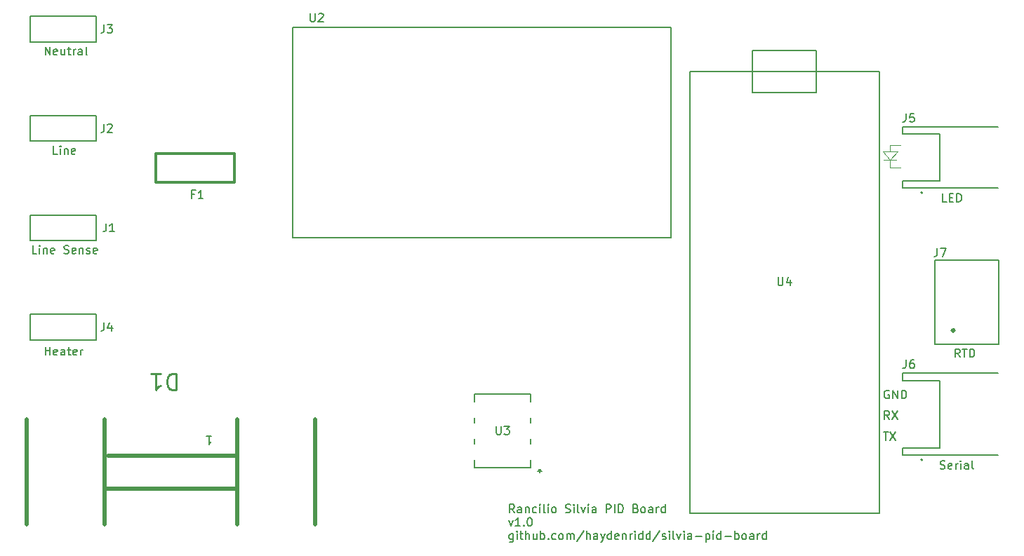
<source format=gbr>
%TF.GenerationSoftware,KiCad,Pcbnew,8.0.9-1.fc41*%
%TF.CreationDate,2025-10-07T12:33:13-07:00*%
%TF.ProjectId,silvia_pid_board,73696c76-6961-45f7-9069-645f626f6172,rev?*%
%TF.SameCoordinates,Original*%
%TF.FileFunction,Legend,Top*%
%TF.FilePolarity,Positive*%
%FSLAX46Y46*%
G04 Gerber Fmt 4.6, Leading zero omitted, Abs format (unit mm)*
G04 Created by KiCad (PCBNEW 8.0.9-1.fc41) date 2025-10-07 12:33:13*
%MOMM*%
%LPD*%
G01*
G04 APERTURE LIST*
%ADD10C,0.100000*%
%ADD11C,0.150000*%
%ADD12C,0.250000*%
%ADD13C,0.127000*%
%ADD14C,0.200000*%
%ADD15C,0.400000*%
%ADD16C,0.152400*%
%ADD17C,0.500000*%
%ADD18C,0.300000*%
G04 APERTURE END LIST*
D10*
X106750000Y-17500000D02*
X108000000Y-17500000D01*
X105875000Y-18250000D02*
X106750000Y-19250000D01*
X106750000Y-18250000D02*
X106750000Y-17500000D01*
X106750000Y-20250000D02*
X108000000Y-20250000D01*
X106000000Y-19250000D02*
X107500000Y-19250000D01*
X105875000Y-18250000D02*
X107625000Y-18250000D01*
X106750000Y-19250000D02*
X106750000Y-20250000D01*
X106750000Y-19250000D02*
X107625000Y-18250000D01*
D11*
X6312969Y-18619819D02*
X5836779Y-18619819D01*
X5836779Y-18619819D02*
X5836779Y-17619819D01*
X6646303Y-18619819D02*
X6646303Y-17953152D01*
X6646303Y-17619819D02*
X6598684Y-17667438D01*
X6598684Y-17667438D02*
X6646303Y-17715057D01*
X6646303Y-17715057D02*
X6693922Y-17667438D01*
X6693922Y-17667438D02*
X6646303Y-17619819D01*
X6646303Y-17619819D02*
X6646303Y-17715057D01*
X7122493Y-17953152D02*
X7122493Y-18619819D01*
X7122493Y-18048390D02*
X7170112Y-18000771D01*
X7170112Y-18000771D02*
X7265350Y-17953152D01*
X7265350Y-17953152D02*
X7408207Y-17953152D01*
X7408207Y-17953152D02*
X7503445Y-18000771D01*
X7503445Y-18000771D02*
X7551064Y-18096009D01*
X7551064Y-18096009D02*
X7551064Y-18619819D01*
X8408207Y-18572200D02*
X8312969Y-18619819D01*
X8312969Y-18619819D02*
X8122493Y-18619819D01*
X8122493Y-18619819D02*
X8027255Y-18572200D01*
X8027255Y-18572200D02*
X7979636Y-18476961D01*
X7979636Y-18476961D02*
X7979636Y-18096009D01*
X7979636Y-18096009D02*
X8027255Y-18000771D01*
X8027255Y-18000771D02*
X8122493Y-17953152D01*
X8122493Y-17953152D02*
X8312969Y-17953152D01*
X8312969Y-17953152D02*
X8408207Y-18000771D01*
X8408207Y-18000771D02*
X8455826Y-18096009D01*
X8455826Y-18096009D02*
X8455826Y-18191247D01*
X8455826Y-18191247D02*
X7979636Y-18286485D01*
X113562969Y-24369819D02*
X113086779Y-24369819D01*
X113086779Y-24369819D02*
X113086779Y-23369819D01*
X113896303Y-23846009D02*
X114229636Y-23846009D01*
X114372493Y-24369819D02*
X113896303Y-24369819D01*
X113896303Y-24369819D02*
X113896303Y-23369819D01*
X113896303Y-23369819D02*
X114372493Y-23369819D01*
X114801065Y-24369819D02*
X114801065Y-23369819D01*
X114801065Y-23369819D02*
X115039160Y-23369819D01*
X115039160Y-23369819D02*
X115182017Y-23417438D01*
X115182017Y-23417438D02*
X115277255Y-23512676D01*
X115277255Y-23512676D02*
X115324874Y-23607914D01*
X115324874Y-23607914D02*
X115372493Y-23798390D01*
X115372493Y-23798390D02*
X115372493Y-23941247D01*
X115372493Y-23941247D02*
X115324874Y-24131723D01*
X115324874Y-24131723D02*
X115277255Y-24226961D01*
X115277255Y-24226961D02*
X115182017Y-24322200D01*
X115182017Y-24322200D02*
X115039160Y-24369819D01*
X115039160Y-24369819D02*
X114801065Y-24369819D01*
X106610588Y-47167438D02*
X106515350Y-47119819D01*
X106515350Y-47119819D02*
X106372493Y-47119819D01*
X106372493Y-47119819D02*
X106229636Y-47167438D01*
X106229636Y-47167438D02*
X106134398Y-47262676D01*
X106134398Y-47262676D02*
X106086779Y-47357914D01*
X106086779Y-47357914D02*
X106039160Y-47548390D01*
X106039160Y-47548390D02*
X106039160Y-47691247D01*
X106039160Y-47691247D02*
X106086779Y-47881723D01*
X106086779Y-47881723D02*
X106134398Y-47976961D01*
X106134398Y-47976961D02*
X106229636Y-48072200D01*
X106229636Y-48072200D02*
X106372493Y-48119819D01*
X106372493Y-48119819D02*
X106467731Y-48119819D01*
X106467731Y-48119819D02*
X106610588Y-48072200D01*
X106610588Y-48072200D02*
X106658207Y-48024580D01*
X106658207Y-48024580D02*
X106658207Y-47691247D01*
X106658207Y-47691247D02*
X106467731Y-47691247D01*
X107086779Y-48119819D02*
X107086779Y-47119819D01*
X107086779Y-47119819D02*
X107658207Y-48119819D01*
X107658207Y-48119819D02*
X107658207Y-47119819D01*
X108134398Y-48119819D02*
X108134398Y-47119819D01*
X108134398Y-47119819D02*
X108372493Y-47119819D01*
X108372493Y-47119819D02*
X108515350Y-47167438D01*
X108515350Y-47167438D02*
X108610588Y-47262676D01*
X108610588Y-47262676D02*
X108658207Y-47357914D01*
X108658207Y-47357914D02*
X108705826Y-47548390D01*
X108705826Y-47548390D02*
X108705826Y-47691247D01*
X108705826Y-47691247D02*
X108658207Y-47881723D01*
X108658207Y-47881723D02*
X108610588Y-47976961D01*
X108610588Y-47976961D02*
X108515350Y-48072200D01*
X108515350Y-48072200D02*
X108372493Y-48119819D01*
X108372493Y-48119819D02*
X108134398Y-48119819D01*
X3812969Y-30619819D02*
X3336779Y-30619819D01*
X3336779Y-30619819D02*
X3336779Y-29619819D01*
X4146303Y-30619819D02*
X4146303Y-29953152D01*
X4146303Y-29619819D02*
X4098684Y-29667438D01*
X4098684Y-29667438D02*
X4146303Y-29715057D01*
X4146303Y-29715057D02*
X4193922Y-29667438D01*
X4193922Y-29667438D02*
X4146303Y-29619819D01*
X4146303Y-29619819D02*
X4146303Y-29715057D01*
X4622493Y-29953152D02*
X4622493Y-30619819D01*
X4622493Y-30048390D02*
X4670112Y-30000771D01*
X4670112Y-30000771D02*
X4765350Y-29953152D01*
X4765350Y-29953152D02*
X4908207Y-29953152D01*
X4908207Y-29953152D02*
X5003445Y-30000771D01*
X5003445Y-30000771D02*
X5051064Y-30096009D01*
X5051064Y-30096009D02*
X5051064Y-30619819D01*
X5908207Y-30572200D02*
X5812969Y-30619819D01*
X5812969Y-30619819D02*
X5622493Y-30619819D01*
X5622493Y-30619819D02*
X5527255Y-30572200D01*
X5527255Y-30572200D02*
X5479636Y-30476961D01*
X5479636Y-30476961D02*
X5479636Y-30096009D01*
X5479636Y-30096009D02*
X5527255Y-30000771D01*
X5527255Y-30000771D02*
X5622493Y-29953152D01*
X5622493Y-29953152D02*
X5812969Y-29953152D01*
X5812969Y-29953152D02*
X5908207Y-30000771D01*
X5908207Y-30000771D02*
X5955826Y-30096009D01*
X5955826Y-30096009D02*
X5955826Y-30191247D01*
X5955826Y-30191247D02*
X5479636Y-30286485D01*
X7098684Y-30572200D02*
X7241541Y-30619819D01*
X7241541Y-30619819D02*
X7479636Y-30619819D01*
X7479636Y-30619819D02*
X7574874Y-30572200D01*
X7574874Y-30572200D02*
X7622493Y-30524580D01*
X7622493Y-30524580D02*
X7670112Y-30429342D01*
X7670112Y-30429342D02*
X7670112Y-30334104D01*
X7670112Y-30334104D02*
X7622493Y-30238866D01*
X7622493Y-30238866D02*
X7574874Y-30191247D01*
X7574874Y-30191247D02*
X7479636Y-30143628D01*
X7479636Y-30143628D02*
X7289160Y-30096009D01*
X7289160Y-30096009D02*
X7193922Y-30048390D01*
X7193922Y-30048390D02*
X7146303Y-30000771D01*
X7146303Y-30000771D02*
X7098684Y-29905533D01*
X7098684Y-29905533D02*
X7098684Y-29810295D01*
X7098684Y-29810295D02*
X7146303Y-29715057D01*
X7146303Y-29715057D02*
X7193922Y-29667438D01*
X7193922Y-29667438D02*
X7289160Y-29619819D01*
X7289160Y-29619819D02*
X7527255Y-29619819D01*
X7527255Y-29619819D02*
X7670112Y-29667438D01*
X8479636Y-30572200D02*
X8384398Y-30619819D01*
X8384398Y-30619819D02*
X8193922Y-30619819D01*
X8193922Y-30619819D02*
X8098684Y-30572200D01*
X8098684Y-30572200D02*
X8051065Y-30476961D01*
X8051065Y-30476961D02*
X8051065Y-30096009D01*
X8051065Y-30096009D02*
X8098684Y-30000771D01*
X8098684Y-30000771D02*
X8193922Y-29953152D01*
X8193922Y-29953152D02*
X8384398Y-29953152D01*
X8384398Y-29953152D02*
X8479636Y-30000771D01*
X8479636Y-30000771D02*
X8527255Y-30096009D01*
X8527255Y-30096009D02*
X8527255Y-30191247D01*
X8527255Y-30191247D02*
X8051065Y-30286485D01*
X8955827Y-29953152D02*
X8955827Y-30619819D01*
X8955827Y-30048390D02*
X9003446Y-30000771D01*
X9003446Y-30000771D02*
X9098684Y-29953152D01*
X9098684Y-29953152D02*
X9241541Y-29953152D01*
X9241541Y-29953152D02*
X9336779Y-30000771D01*
X9336779Y-30000771D02*
X9384398Y-30096009D01*
X9384398Y-30096009D02*
X9384398Y-30619819D01*
X9812970Y-30572200D02*
X9908208Y-30619819D01*
X9908208Y-30619819D02*
X10098684Y-30619819D01*
X10098684Y-30619819D02*
X10193922Y-30572200D01*
X10193922Y-30572200D02*
X10241541Y-30476961D01*
X10241541Y-30476961D02*
X10241541Y-30429342D01*
X10241541Y-30429342D02*
X10193922Y-30334104D01*
X10193922Y-30334104D02*
X10098684Y-30286485D01*
X10098684Y-30286485D02*
X9955827Y-30286485D01*
X9955827Y-30286485D02*
X9860589Y-30238866D01*
X9860589Y-30238866D02*
X9812970Y-30143628D01*
X9812970Y-30143628D02*
X9812970Y-30096009D01*
X9812970Y-30096009D02*
X9860589Y-30000771D01*
X9860589Y-30000771D02*
X9955827Y-29953152D01*
X9955827Y-29953152D02*
X10098684Y-29953152D01*
X10098684Y-29953152D02*
X10193922Y-30000771D01*
X11051065Y-30572200D02*
X10955827Y-30619819D01*
X10955827Y-30619819D02*
X10765351Y-30619819D01*
X10765351Y-30619819D02*
X10670113Y-30572200D01*
X10670113Y-30572200D02*
X10622494Y-30476961D01*
X10622494Y-30476961D02*
X10622494Y-30096009D01*
X10622494Y-30096009D02*
X10670113Y-30000771D01*
X10670113Y-30000771D02*
X10765351Y-29953152D01*
X10765351Y-29953152D02*
X10955827Y-29953152D01*
X10955827Y-29953152D02*
X11051065Y-30000771D01*
X11051065Y-30000771D02*
X11098684Y-30096009D01*
X11098684Y-30096009D02*
X11098684Y-30191247D01*
X11098684Y-30191247D02*
X10622494Y-30286485D01*
X61408207Y-61899931D02*
X61074874Y-61423740D01*
X60836779Y-61899931D02*
X60836779Y-60899931D01*
X60836779Y-60899931D02*
X61217731Y-60899931D01*
X61217731Y-60899931D02*
X61312969Y-60947550D01*
X61312969Y-60947550D02*
X61360588Y-60995169D01*
X61360588Y-60995169D02*
X61408207Y-61090407D01*
X61408207Y-61090407D02*
X61408207Y-61233264D01*
X61408207Y-61233264D02*
X61360588Y-61328502D01*
X61360588Y-61328502D02*
X61312969Y-61376121D01*
X61312969Y-61376121D02*
X61217731Y-61423740D01*
X61217731Y-61423740D02*
X60836779Y-61423740D01*
X62265350Y-61899931D02*
X62265350Y-61376121D01*
X62265350Y-61376121D02*
X62217731Y-61280883D01*
X62217731Y-61280883D02*
X62122493Y-61233264D01*
X62122493Y-61233264D02*
X61932017Y-61233264D01*
X61932017Y-61233264D02*
X61836779Y-61280883D01*
X62265350Y-61852312D02*
X62170112Y-61899931D01*
X62170112Y-61899931D02*
X61932017Y-61899931D01*
X61932017Y-61899931D02*
X61836779Y-61852312D01*
X61836779Y-61852312D02*
X61789160Y-61757073D01*
X61789160Y-61757073D02*
X61789160Y-61661835D01*
X61789160Y-61661835D02*
X61836779Y-61566597D01*
X61836779Y-61566597D02*
X61932017Y-61518978D01*
X61932017Y-61518978D02*
X62170112Y-61518978D01*
X62170112Y-61518978D02*
X62265350Y-61471359D01*
X62741541Y-61233264D02*
X62741541Y-61899931D01*
X62741541Y-61328502D02*
X62789160Y-61280883D01*
X62789160Y-61280883D02*
X62884398Y-61233264D01*
X62884398Y-61233264D02*
X63027255Y-61233264D01*
X63027255Y-61233264D02*
X63122493Y-61280883D01*
X63122493Y-61280883D02*
X63170112Y-61376121D01*
X63170112Y-61376121D02*
X63170112Y-61899931D01*
X64074874Y-61852312D02*
X63979636Y-61899931D01*
X63979636Y-61899931D02*
X63789160Y-61899931D01*
X63789160Y-61899931D02*
X63693922Y-61852312D01*
X63693922Y-61852312D02*
X63646303Y-61804692D01*
X63646303Y-61804692D02*
X63598684Y-61709454D01*
X63598684Y-61709454D02*
X63598684Y-61423740D01*
X63598684Y-61423740D02*
X63646303Y-61328502D01*
X63646303Y-61328502D02*
X63693922Y-61280883D01*
X63693922Y-61280883D02*
X63789160Y-61233264D01*
X63789160Y-61233264D02*
X63979636Y-61233264D01*
X63979636Y-61233264D02*
X64074874Y-61280883D01*
X64503446Y-61899931D02*
X64503446Y-61233264D01*
X64503446Y-60899931D02*
X64455827Y-60947550D01*
X64455827Y-60947550D02*
X64503446Y-60995169D01*
X64503446Y-60995169D02*
X64551065Y-60947550D01*
X64551065Y-60947550D02*
X64503446Y-60899931D01*
X64503446Y-60899931D02*
X64503446Y-60995169D01*
X65122493Y-61899931D02*
X65027255Y-61852312D01*
X65027255Y-61852312D02*
X64979636Y-61757073D01*
X64979636Y-61757073D02*
X64979636Y-60899931D01*
X65503446Y-61899931D02*
X65503446Y-61233264D01*
X65503446Y-60899931D02*
X65455827Y-60947550D01*
X65455827Y-60947550D02*
X65503446Y-60995169D01*
X65503446Y-60995169D02*
X65551065Y-60947550D01*
X65551065Y-60947550D02*
X65503446Y-60899931D01*
X65503446Y-60899931D02*
X65503446Y-60995169D01*
X66122493Y-61899931D02*
X66027255Y-61852312D01*
X66027255Y-61852312D02*
X65979636Y-61804692D01*
X65979636Y-61804692D02*
X65932017Y-61709454D01*
X65932017Y-61709454D02*
X65932017Y-61423740D01*
X65932017Y-61423740D02*
X65979636Y-61328502D01*
X65979636Y-61328502D02*
X66027255Y-61280883D01*
X66027255Y-61280883D02*
X66122493Y-61233264D01*
X66122493Y-61233264D02*
X66265350Y-61233264D01*
X66265350Y-61233264D02*
X66360588Y-61280883D01*
X66360588Y-61280883D02*
X66408207Y-61328502D01*
X66408207Y-61328502D02*
X66455826Y-61423740D01*
X66455826Y-61423740D02*
X66455826Y-61709454D01*
X66455826Y-61709454D02*
X66408207Y-61804692D01*
X66408207Y-61804692D02*
X66360588Y-61852312D01*
X66360588Y-61852312D02*
X66265350Y-61899931D01*
X66265350Y-61899931D02*
X66122493Y-61899931D01*
X67598684Y-61852312D02*
X67741541Y-61899931D01*
X67741541Y-61899931D02*
X67979636Y-61899931D01*
X67979636Y-61899931D02*
X68074874Y-61852312D01*
X68074874Y-61852312D02*
X68122493Y-61804692D01*
X68122493Y-61804692D02*
X68170112Y-61709454D01*
X68170112Y-61709454D02*
X68170112Y-61614216D01*
X68170112Y-61614216D02*
X68122493Y-61518978D01*
X68122493Y-61518978D02*
X68074874Y-61471359D01*
X68074874Y-61471359D02*
X67979636Y-61423740D01*
X67979636Y-61423740D02*
X67789160Y-61376121D01*
X67789160Y-61376121D02*
X67693922Y-61328502D01*
X67693922Y-61328502D02*
X67646303Y-61280883D01*
X67646303Y-61280883D02*
X67598684Y-61185645D01*
X67598684Y-61185645D02*
X67598684Y-61090407D01*
X67598684Y-61090407D02*
X67646303Y-60995169D01*
X67646303Y-60995169D02*
X67693922Y-60947550D01*
X67693922Y-60947550D02*
X67789160Y-60899931D01*
X67789160Y-60899931D02*
X68027255Y-60899931D01*
X68027255Y-60899931D02*
X68170112Y-60947550D01*
X68598684Y-61899931D02*
X68598684Y-61233264D01*
X68598684Y-60899931D02*
X68551065Y-60947550D01*
X68551065Y-60947550D02*
X68598684Y-60995169D01*
X68598684Y-60995169D02*
X68646303Y-60947550D01*
X68646303Y-60947550D02*
X68598684Y-60899931D01*
X68598684Y-60899931D02*
X68598684Y-60995169D01*
X69217731Y-61899931D02*
X69122493Y-61852312D01*
X69122493Y-61852312D02*
X69074874Y-61757073D01*
X69074874Y-61757073D02*
X69074874Y-60899931D01*
X69503446Y-61233264D02*
X69741541Y-61899931D01*
X69741541Y-61899931D02*
X69979636Y-61233264D01*
X70360589Y-61899931D02*
X70360589Y-61233264D01*
X70360589Y-60899931D02*
X70312970Y-60947550D01*
X70312970Y-60947550D02*
X70360589Y-60995169D01*
X70360589Y-60995169D02*
X70408208Y-60947550D01*
X70408208Y-60947550D02*
X70360589Y-60899931D01*
X70360589Y-60899931D02*
X70360589Y-60995169D01*
X71265350Y-61899931D02*
X71265350Y-61376121D01*
X71265350Y-61376121D02*
X71217731Y-61280883D01*
X71217731Y-61280883D02*
X71122493Y-61233264D01*
X71122493Y-61233264D02*
X70932017Y-61233264D01*
X70932017Y-61233264D02*
X70836779Y-61280883D01*
X71265350Y-61852312D02*
X71170112Y-61899931D01*
X71170112Y-61899931D02*
X70932017Y-61899931D01*
X70932017Y-61899931D02*
X70836779Y-61852312D01*
X70836779Y-61852312D02*
X70789160Y-61757073D01*
X70789160Y-61757073D02*
X70789160Y-61661835D01*
X70789160Y-61661835D02*
X70836779Y-61566597D01*
X70836779Y-61566597D02*
X70932017Y-61518978D01*
X70932017Y-61518978D02*
X71170112Y-61518978D01*
X71170112Y-61518978D02*
X71265350Y-61471359D01*
X72503446Y-61899931D02*
X72503446Y-60899931D01*
X72503446Y-60899931D02*
X72884398Y-60899931D01*
X72884398Y-60899931D02*
X72979636Y-60947550D01*
X72979636Y-60947550D02*
X73027255Y-60995169D01*
X73027255Y-60995169D02*
X73074874Y-61090407D01*
X73074874Y-61090407D02*
X73074874Y-61233264D01*
X73074874Y-61233264D02*
X73027255Y-61328502D01*
X73027255Y-61328502D02*
X72979636Y-61376121D01*
X72979636Y-61376121D02*
X72884398Y-61423740D01*
X72884398Y-61423740D02*
X72503446Y-61423740D01*
X73503446Y-61899931D02*
X73503446Y-60899931D01*
X73979636Y-61899931D02*
X73979636Y-60899931D01*
X73979636Y-60899931D02*
X74217731Y-60899931D01*
X74217731Y-60899931D02*
X74360588Y-60947550D01*
X74360588Y-60947550D02*
X74455826Y-61042788D01*
X74455826Y-61042788D02*
X74503445Y-61138026D01*
X74503445Y-61138026D02*
X74551064Y-61328502D01*
X74551064Y-61328502D02*
X74551064Y-61471359D01*
X74551064Y-61471359D02*
X74503445Y-61661835D01*
X74503445Y-61661835D02*
X74455826Y-61757073D01*
X74455826Y-61757073D02*
X74360588Y-61852312D01*
X74360588Y-61852312D02*
X74217731Y-61899931D01*
X74217731Y-61899931D02*
X73979636Y-61899931D01*
X76074874Y-61376121D02*
X76217731Y-61423740D01*
X76217731Y-61423740D02*
X76265350Y-61471359D01*
X76265350Y-61471359D02*
X76312969Y-61566597D01*
X76312969Y-61566597D02*
X76312969Y-61709454D01*
X76312969Y-61709454D02*
X76265350Y-61804692D01*
X76265350Y-61804692D02*
X76217731Y-61852312D01*
X76217731Y-61852312D02*
X76122493Y-61899931D01*
X76122493Y-61899931D02*
X75741541Y-61899931D01*
X75741541Y-61899931D02*
X75741541Y-60899931D01*
X75741541Y-60899931D02*
X76074874Y-60899931D01*
X76074874Y-60899931D02*
X76170112Y-60947550D01*
X76170112Y-60947550D02*
X76217731Y-60995169D01*
X76217731Y-60995169D02*
X76265350Y-61090407D01*
X76265350Y-61090407D02*
X76265350Y-61185645D01*
X76265350Y-61185645D02*
X76217731Y-61280883D01*
X76217731Y-61280883D02*
X76170112Y-61328502D01*
X76170112Y-61328502D02*
X76074874Y-61376121D01*
X76074874Y-61376121D02*
X75741541Y-61376121D01*
X76884398Y-61899931D02*
X76789160Y-61852312D01*
X76789160Y-61852312D02*
X76741541Y-61804692D01*
X76741541Y-61804692D02*
X76693922Y-61709454D01*
X76693922Y-61709454D02*
X76693922Y-61423740D01*
X76693922Y-61423740D02*
X76741541Y-61328502D01*
X76741541Y-61328502D02*
X76789160Y-61280883D01*
X76789160Y-61280883D02*
X76884398Y-61233264D01*
X76884398Y-61233264D02*
X77027255Y-61233264D01*
X77027255Y-61233264D02*
X77122493Y-61280883D01*
X77122493Y-61280883D02*
X77170112Y-61328502D01*
X77170112Y-61328502D02*
X77217731Y-61423740D01*
X77217731Y-61423740D02*
X77217731Y-61709454D01*
X77217731Y-61709454D02*
X77170112Y-61804692D01*
X77170112Y-61804692D02*
X77122493Y-61852312D01*
X77122493Y-61852312D02*
X77027255Y-61899931D01*
X77027255Y-61899931D02*
X76884398Y-61899931D01*
X78074874Y-61899931D02*
X78074874Y-61376121D01*
X78074874Y-61376121D02*
X78027255Y-61280883D01*
X78027255Y-61280883D02*
X77932017Y-61233264D01*
X77932017Y-61233264D02*
X77741541Y-61233264D01*
X77741541Y-61233264D02*
X77646303Y-61280883D01*
X78074874Y-61852312D02*
X77979636Y-61899931D01*
X77979636Y-61899931D02*
X77741541Y-61899931D01*
X77741541Y-61899931D02*
X77646303Y-61852312D01*
X77646303Y-61852312D02*
X77598684Y-61757073D01*
X77598684Y-61757073D02*
X77598684Y-61661835D01*
X77598684Y-61661835D02*
X77646303Y-61566597D01*
X77646303Y-61566597D02*
X77741541Y-61518978D01*
X77741541Y-61518978D02*
X77979636Y-61518978D01*
X77979636Y-61518978D02*
X78074874Y-61471359D01*
X78551065Y-61899931D02*
X78551065Y-61233264D01*
X78551065Y-61423740D02*
X78598684Y-61328502D01*
X78598684Y-61328502D02*
X78646303Y-61280883D01*
X78646303Y-61280883D02*
X78741541Y-61233264D01*
X78741541Y-61233264D02*
X78836779Y-61233264D01*
X79598684Y-61899931D02*
X79598684Y-60899931D01*
X79598684Y-61852312D02*
X79503446Y-61899931D01*
X79503446Y-61899931D02*
X79312970Y-61899931D01*
X79312970Y-61899931D02*
X79217732Y-61852312D01*
X79217732Y-61852312D02*
X79170113Y-61804692D01*
X79170113Y-61804692D02*
X79122494Y-61709454D01*
X79122494Y-61709454D02*
X79122494Y-61423740D01*
X79122494Y-61423740D02*
X79170113Y-61328502D01*
X79170113Y-61328502D02*
X79217732Y-61280883D01*
X79217732Y-61280883D02*
X79312970Y-61233264D01*
X79312970Y-61233264D02*
X79503446Y-61233264D01*
X79503446Y-61233264D02*
X79598684Y-61280883D01*
X60741541Y-62843208D02*
X60979636Y-63509875D01*
X60979636Y-63509875D02*
X61217731Y-62843208D01*
X62122493Y-63509875D02*
X61551065Y-63509875D01*
X61836779Y-63509875D02*
X61836779Y-62509875D01*
X61836779Y-62509875D02*
X61741541Y-62652732D01*
X61741541Y-62652732D02*
X61646303Y-62747970D01*
X61646303Y-62747970D02*
X61551065Y-62795589D01*
X62551065Y-63414636D02*
X62598684Y-63462256D01*
X62598684Y-63462256D02*
X62551065Y-63509875D01*
X62551065Y-63509875D02*
X62503446Y-63462256D01*
X62503446Y-63462256D02*
X62551065Y-63414636D01*
X62551065Y-63414636D02*
X62551065Y-63509875D01*
X63217731Y-62509875D02*
X63312969Y-62509875D01*
X63312969Y-62509875D02*
X63408207Y-62557494D01*
X63408207Y-62557494D02*
X63455826Y-62605113D01*
X63455826Y-62605113D02*
X63503445Y-62700351D01*
X63503445Y-62700351D02*
X63551064Y-62890827D01*
X63551064Y-62890827D02*
X63551064Y-63128922D01*
X63551064Y-63128922D02*
X63503445Y-63319398D01*
X63503445Y-63319398D02*
X63455826Y-63414636D01*
X63455826Y-63414636D02*
X63408207Y-63462256D01*
X63408207Y-63462256D02*
X63312969Y-63509875D01*
X63312969Y-63509875D02*
X63217731Y-63509875D01*
X63217731Y-63509875D02*
X63122493Y-63462256D01*
X63122493Y-63462256D02*
X63074874Y-63414636D01*
X63074874Y-63414636D02*
X63027255Y-63319398D01*
X63027255Y-63319398D02*
X62979636Y-63128922D01*
X62979636Y-63128922D02*
X62979636Y-62890827D01*
X62979636Y-62890827D02*
X63027255Y-62700351D01*
X63027255Y-62700351D02*
X63074874Y-62605113D01*
X63074874Y-62605113D02*
X63122493Y-62557494D01*
X63122493Y-62557494D02*
X63217731Y-62509875D01*
X61265350Y-64453152D02*
X61265350Y-65262676D01*
X61265350Y-65262676D02*
X61217731Y-65357914D01*
X61217731Y-65357914D02*
X61170112Y-65405533D01*
X61170112Y-65405533D02*
X61074874Y-65453152D01*
X61074874Y-65453152D02*
X60932017Y-65453152D01*
X60932017Y-65453152D02*
X60836779Y-65405533D01*
X61265350Y-65072200D02*
X61170112Y-65119819D01*
X61170112Y-65119819D02*
X60979636Y-65119819D01*
X60979636Y-65119819D02*
X60884398Y-65072200D01*
X60884398Y-65072200D02*
X60836779Y-65024580D01*
X60836779Y-65024580D02*
X60789160Y-64929342D01*
X60789160Y-64929342D02*
X60789160Y-64643628D01*
X60789160Y-64643628D02*
X60836779Y-64548390D01*
X60836779Y-64548390D02*
X60884398Y-64500771D01*
X60884398Y-64500771D02*
X60979636Y-64453152D01*
X60979636Y-64453152D02*
X61170112Y-64453152D01*
X61170112Y-64453152D02*
X61265350Y-64500771D01*
X61741541Y-65119819D02*
X61741541Y-64453152D01*
X61741541Y-64119819D02*
X61693922Y-64167438D01*
X61693922Y-64167438D02*
X61741541Y-64215057D01*
X61741541Y-64215057D02*
X61789160Y-64167438D01*
X61789160Y-64167438D02*
X61741541Y-64119819D01*
X61741541Y-64119819D02*
X61741541Y-64215057D01*
X62074874Y-64453152D02*
X62455826Y-64453152D01*
X62217731Y-64119819D02*
X62217731Y-64976961D01*
X62217731Y-64976961D02*
X62265350Y-65072200D01*
X62265350Y-65072200D02*
X62360588Y-65119819D01*
X62360588Y-65119819D02*
X62455826Y-65119819D01*
X62789160Y-65119819D02*
X62789160Y-64119819D01*
X63217731Y-65119819D02*
X63217731Y-64596009D01*
X63217731Y-64596009D02*
X63170112Y-64500771D01*
X63170112Y-64500771D02*
X63074874Y-64453152D01*
X63074874Y-64453152D02*
X62932017Y-64453152D01*
X62932017Y-64453152D02*
X62836779Y-64500771D01*
X62836779Y-64500771D02*
X62789160Y-64548390D01*
X64122493Y-64453152D02*
X64122493Y-65119819D01*
X63693922Y-64453152D02*
X63693922Y-64976961D01*
X63693922Y-64976961D02*
X63741541Y-65072200D01*
X63741541Y-65072200D02*
X63836779Y-65119819D01*
X63836779Y-65119819D02*
X63979636Y-65119819D01*
X63979636Y-65119819D02*
X64074874Y-65072200D01*
X64074874Y-65072200D02*
X64122493Y-65024580D01*
X64598684Y-65119819D02*
X64598684Y-64119819D01*
X64598684Y-64500771D02*
X64693922Y-64453152D01*
X64693922Y-64453152D02*
X64884398Y-64453152D01*
X64884398Y-64453152D02*
X64979636Y-64500771D01*
X64979636Y-64500771D02*
X65027255Y-64548390D01*
X65027255Y-64548390D02*
X65074874Y-64643628D01*
X65074874Y-64643628D02*
X65074874Y-64929342D01*
X65074874Y-64929342D02*
X65027255Y-65024580D01*
X65027255Y-65024580D02*
X64979636Y-65072200D01*
X64979636Y-65072200D02*
X64884398Y-65119819D01*
X64884398Y-65119819D02*
X64693922Y-65119819D01*
X64693922Y-65119819D02*
X64598684Y-65072200D01*
X65503446Y-65024580D02*
X65551065Y-65072200D01*
X65551065Y-65072200D02*
X65503446Y-65119819D01*
X65503446Y-65119819D02*
X65455827Y-65072200D01*
X65455827Y-65072200D02*
X65503446Y-65024580D01*
X65503446Y-65024580D02*
X65503446Y-65119819D01*
X66408207Y-65072200D02*
X66312969Y-65119819D01*
X66312969Y-65119819D02*
X66122493Y-65119819D01*
X66122493Y-65119819D02*
X66027255Y-65072200D01*
X66027255Y-65072200D02*
X65979636Y-65024580D01*
X65979636Y-65024580D02*
X65932017Y-64929342D01*
X65932017Y-64929342D02*
X65932017Y-64643628D01*
X65932017Y-64643628D02*
X65979636Y-64548390D01*
X65979636Y-64548390D02*
X66027255Y-64500771D01*
X66027255Y-64500771D02*
X66122493Y-64453152D01*
X66122493Y-64453152D02*
X66312969Y-64453152D01*
X66312969Y-64453152D02*
X66408207Y-64500771D01*
X66979636Y-65119819D02*
X66884398Y-65072200D01*
X66884398Y-65072200D02*
X66836779Y-65024580D01*
X66836779Y-65024580D02*
X66789160Y-64929342D01*
X66789160Y-64929342D02*
X66789160Y-64643628D01*
X66789160Y-64643628D02*
X66836779Y-64548390D01*
X66836779Y-64548390D02*
X66884398Y-64500771D01*
X66884398Y-64500771D02*
X66979636Y-64453152D01*
X66979636Y-64453152D02*
X67122493Y-64453152D01*
X67122493Y-64453152D02*
X67217731Y-64500771D01*
X67217731Y-64500771D02*
X67265350Y-64548390D01*
X67265350Y-64548390D02*
X67312969Y-64643628D01*
X67312969Y-64643628D02*
X67312969Y-64929342D01*
X67312969Y-64929342D02*
X67265350Y-65024580D01*
X67265350Y-65024580D02*
X67217731Y-65072200D01*
X67217731Y-65072200D02*
X67122493Y-65119819D01*
X67122493Y-65119819D02*
X66979636Y-65119819D01*
X67741541Y-65119819D02*
X67741541Y-64453152D01*
X67741541Y-64548390D02*
X67789160Y-64500771D01*
X67789160Y-64500771D02*
X67884398Y-64453152D01*
X67884398Y-64453152D02*
X68027255Y-64453152D01*
X68027255Y-64453152D02*
X68122493Y-64500771D01*
X68122493Y-64500771D02*
X68170112Y-64596009D01*
X68170112Y-64596009D02*
X68170112Y-65119819D01*
X68170112Y-64596009D02*
X68217731Y-64500771D01*
X68217731Y-64500771D02*
X68312969Y-64453152D01*
X68312969Y-64453152D02*
X68455826Y-64453152D01*
X68455826Y-64453152D02*
X68551065Y-64500771D01*
X68551065Y-64500771D02*
X68598684Y-64596009D01*
X68598684Y-64596009D02*
X68598684Y-65119819D01*
X69789159Y-64072200D02*
X68932017Y-65357914D01*
X70122493Y-65119819D02*
X70122493Y-64119819D01*
X70551064Y-65119819D02*
X70551064Y-64596009D01*
X70551064Y-64596009D02*
X70503445Y-64500771D01*
X70503445Y-64500771D02*
X70408207Y-64453152D01*
X70408207Y-64453152D02*
X70265350Y-64453152D01*
X70265350Y-64453152D02*
X70170112Y-64500771D01*
X70170112Y-64500771D02*
X70122493Y-64548390D01*
X71455826Y-65119819D02*
X71455826Y-64596009D01*
X71455826Y-64596009D02*
X71408207Y-64500771D01*
X71408207Y-64500771D02*
X71312969Y-64453152D01*
X71312969Y-64453152D02*
X71122493Y-64453152D01*
X71122493Y-64453152D02*
X71027255Y-64500771D01*
X71455826Y-65072200D02*
X71360588Y-65119819D01*
X71360588Y-65119819D02*
X71122493Y-65119819D01*
X71122493Y-65119819D02*
X71027255Y-65072200D01*
X71027255Y-65072200D02*
X70979636Y-64976961D01*
X70979636Y-64976961D02*
X70979636Y-64881723D01*
X70979636Y-64881723D02*
X71027255Y-64786485D01*
X71027255Y-64786485D02*
X71122493Y-64738866D01*
X71122493Y-64738866D02*
X71360588Y-64738866D01*
X71360588Y-64738866D02*
X71455826Y-64691247D01*
X71836779Y-64453152D02*
X72074874Y-65119819D01*
X72312969Y-64453152D02*
X72074874Y-65119819D01*
X72074874Y-65119819D02*
X71979636Y-65357914D01*
X71979636Y-65357914D02*
X71932017Y-65405533D01*
X71932017Y-65405533D02*
X71836779Y-65453152D01*
X73122493Y-65119819D02*
X73122493Y-64119819D01*
X73122493Y-65072200D02*
X73027255Y-65119819D01*
X73027255Y-65119819D02*
X72836779Y-65119819D01*
X72836779Y-65119819D02*
X72741541Y-65072200D01*
X72741541Y-65072200D02*
X72693922Y-65024580D01*
X72693922Y-65024580D02*
X72646303Y-64929342D01*
X72646303Y-64929342D02*
X72646303Y-64643628D01*
X72646303Y-64643628D02*
X72693922Y-64548390D01*
X72693922Y-64548390D02*
X72741541Y-64500771D01*
X72741541Y-64500771D02*
X72836779Y-64453152D01*
X72836779Y-64453152D02*
X73027255Y-64453152D01*
X73027255Y-64453152D02*
X73122493Y-64500771D01*
X73979636Y-65072200D02*
X73884398Y-65119819D01*
X73884398Y-65119819D02*
X73693922Y-65119819D01*
X73693922Y-65119819D02*
X73598684Y-65072200D01*
X73598684Y-65072200D02*
X73551065Y-64976961D01*
X73551065Y-64976961D02*
X73551065Y-64596009D01*
X73551065Y-64596009D02*
X73598684Y-64500771D01*
X73598684Y-64500771D02*
X73693922Y-64453152D01*
X73693922Y-64453152D02*
X73884398Y-64453152D01*
X73884398Y-64453152D02*
X73979636Y-64500771D01*
X73979636Y-64500771D02*
X74027255Y-64596009D01*
X74027255Y-64596009D02*
X74027255Y-64691247D01*
X74027255Y-64691247D02*
X73551065Y-64786485D01*
X74455827Y-64453152D02*
X74455827Y-65119819D01*
X74455827Y-64548390D02*
X74503446Y-64500771D01*
X74503446Y-64500771D02*
X74598684Y-64453152D01*
X74598684Y-64453152D02*
X74741541Y-64453152D01*
X74741541Y-64453152D02*
X74836779Y-64500771D01*
X74836779Y-64500771D02*
X74884398Y-64596009D01*
X74884398Y-64596009D02*
X74884398Y-65119819D01*
X75360589Y-65119819D02*
X75360589Y-64453152D01*
X75360589Y-64643628D02*
X75408208Y-64548390D01*
X75408208Y-64548390D02*
X75455827Y-64500771D01*
X75455827Y-64500771D02*
X75551065Y-64453152D01*
X75551065Y-64453152D02*
X75646303Y-64453152D01*
X75979637Y-65119819D02*
X75979637Y-64453152D01*
X75979637Y-64119819D02*
X75932018Y-64167438D01*
X75932018Y-64167438D02*
X75979637Y-64215057D01*
X75979637Y-64215057D02*
X76027256Y-64167438D01*
X76027256Y-64167438D02*
X75979637Y-64119819D01*
X75979637Y-64119819D02*
X75979637Y-64215057D01*
X76884398Y-65119819D02*
X76884398Y-64119819D01*
X76884398Y-65072200D02*
X76789160Y-65119819D01*
X76789160Y-65119819D02*
X76598684Y-65119819D01*
X76598684Y-65119819D02*
X76503446Y-65072200D01*
X76503446Y-65072200D02*
X76455827Y-65024580D01*
X76455827Y-65024580D02*
X76408208Y-64929342D01*
X76408208Y-64929342D02*
X76408208Y-64643628D01*
X76408208Y-64643628D02*
X76455827Y-64548390D01*
X76455827Y-64548390D02*
X76503446Y-64500771D01*
X76503446Y-64500771D02*
X76598684Y-64453152D01*
X76598684Y-64453152D02*
X76789160Y-64453152D01*
X76789160Y-64453152D02*
X76884398Y-64500771D01*
X77789160Y-65119819D02*
X77789160Y-64119819D01*
X77789160Y-65072200D02*
X77693922Y-65119819D01*
X77693922Y-65119819D02*
X77503446Y-65119819D01*
X77503446Y-65119819D02*
X77408208Y-65072200D01*
X77408208Y-65072200D02*
X77360589Y-65024580D01*
X77360589Y-65024580D02*
X77312970Y-64929342D01*
X77312970Y-64929342D02*
X77312970Y-64643628D01*
X77312970Y-64643628D02*
X77360589Y-64548390D01*
X77360589Y-64548390D02*
X77408208Y-64500771D01*
X77408208Y-64500771D02*
X77503446Y-64453152D01*
X77503446Y-64453152D02*
X77693922Y-64453152D01*
X77693922Y-64453152D02*
X77789160Y-64500771D01*
X78979636Y-64072200D02*
X78122494Y-65357914D01*
X79265351Y-65072200D02*
X79360589Y-65119819D01*
X79360589Y-65119819D02*
X79551065Y-65119819D01*
X79551065Y-65119819D02*
X79646303Y-65072200D01*
X79646303Y-65072200D02*
X79693922Y-64976961D01*
X79693922Y-64976961D02*
X79693922Y-64929342D01*
X79693922Y-64929342D02*
X79646303Y-64834104D01*
X79646303Y-64834104D02*
X79551065Y-64786485D01*
X79551065Y-64786485D02*
X79408208Y-64786485D01*
X79408208Y-64786485D02*
X79312970Y-64738866D01*
X79312970Y-64738866D02*
X79265351Y-64643628D01*
X79265351Y-64643628D02*
X79265351Y-64596009D01*
X79265351Y-64596009D02*
X79312970Y-64500771D01*
X79312970Y-64500771D02*
X79408208Y-64453152D01*
X79408208Y-64453152D02*
X79551065Y-64453152D01*
X79551065Y-64453152D02*
X79646303Y-64500771D01*
X80122494Y-65119819D02*
X80122494Y-64453152D01*
X80122494Y-64119819D02*
X80074875Y-64167438D01*
X80074875Y-64167438D02*
X80122494Y-64215057D01*
X80122494Y-64215057D02*
X80170113Y-64167438D01*
X80170113Y-64167438D02*
X80122494Y-64119819D01*
X80122494Y-64119819D02*
X80122494Y-64215057D01*
X80741541Y-65119819D02*
X80646303Y-65072200D01*
X80646303Y-65072200D02*
X80598684Y-64976961D01*
X80598684Y-64976961D02*
X80598684Y-64119819D01*
X81027256Y-64453152D02*
X81265351Y-65119819D01*
X81265351Y-65119819D02*
X81503446Y-64453152D01*
X81884399Y-65119819D02*
X81884399Y-64453152D01*
X81884399Y-64119819D02*
X81836780Y-64167438D01*
X81836780Y-64167438D02*
X81884399Y-64215057D01*
X81884399Y-64215057D02*
X81932018Y-64167438D01*
X81932018Y-64167438D02*
X81884399Y-64119819D01*
X81884399Y-64119819D02*
X81884399Y-64215057D01*
X82789160Y-65119819D02*
X82789160Y-64596009D01*
X82789160Y-64596009D02*
X82741541Y-64500771D01*
X82741541Y-64500771D02*
X82646303Y-64453152D01*
X82646303Y-64453152D02*
X82455827Y-64453152D01*
X82455827Y-64453152D02*
X82360589Y-64500771D01*
X82789160Y-65072200D02*
X82693922Y-65119819D01*
X82693922Y-65119819D02*
X82455827Y-65119819D01*
X82455827Y-65119819D02*
X82360589Y-65072200D01*
X82360589Y-65072200D02*
X82312970Y-64976961D01*
X82312970Y-64976961D02*
X82312970Y-64881723D01*
X82312970Y-64881723D02*
X82360589Y-64786485D01*
X82360589Y-64786485D02*
X82455827Y-64738866D01*
X82455827Y-64738866D02*
X82693922Y-64738866D01*
X82693922Y-64738866D02*
X82789160Y-64691247D01*
X83265351Y-64738866D02*
X84027256Y-64738866D01*
X84503446Y-64453152D02*
X84503446Y-65453152D01*
X84503446Y-64500771D02*
X84598684Y-64453152D01*
X84598684Y-64453152D02*
X84789160Y-64453152D01*
X84789160Y-64453152D02*
X84884398Y-64500771D01*
X84884398Y-64500771D02*
X84932017Y-64548390D01*
X84932017Y-64548390D02*
X84979636Y-64643628D01*
X84979636Y-64643628D02*
X84979636Y-64929342D01*
X84979636Y-64929342D02*
X84932017Y-65024580D01*
X84932017Y-65024580D02*
X84884398Y-65072200D01*
X84884398Y-65072200D02*
X84789160Y-65119819D01*
X84789160Y-65119819D02*
X84598684Y-65119819D01*
X84598684Y-65119819D02*
X84503446Y-65072200D01*
X85408208Y-65119819D02*
X85408208Y-64453152D01*
X85408208Y-64119819D02*
X85360589Y-64167438D01*
X85360589Y-64167438D02*
X85408208Y-64215057D01*
X85408208Y-64215057D02*
X85455827Y-64167438D01*
X85455827Y-64167438D02*
X85408208Y-64119819D01*
X85408208Y-64119819D02*
X85408208Y-64215057D01*
X86312969Y-65119819D02*
X86312969Y-64119819D01*
X86312969Y-65072200D02*
X86217731Y-65119819D01*
X86217731Y-65119819D02*
X86027255Y-65119819D01*
X86027255Y-65119819D02*
X85932017Y-65072200D01*
X85932017Y-65072200D02*
X85884398Y-65024580D01*
X85884398Y-65024580D02*
X85836779Y-64929342D01*
X85836779Y-64929342D02*
X85836779Y-64643628D01*
X85836779Y-64643628D02*
X85884398Y-64548390D01*
X85884398Y-64548390D02*
X85932017Y-64500771D01*
X85932017Y-64500771D02*
X86027255Y-64453152D01*
X86027255Y-64453152D02*
X86217731Y-64453152D01*
X86217731Y-64453152D02*
X86312969Y-64500771D01*
X86789160Y-64738866D02*
X87551065Y-64738866D01*
X88027255Y-65119819D02*
X88027255Y-64119819D01*
X88027255Y-64500771D02*
X88122493Y-64453152D01*
X88122493Y-64453152D02*
X88312969Y-64453152D01*
X88312969Y-64453152D02*
X88408207Y-64500771D01*
X88408207Y-64500771D02*
X88455826Y-64548390D01*
X88455826Y-64548390D02*
X88503445Y-64643628D01*
X88503445Y-64643628D02*
X88503445Y-64929342D01*
X88503445Y-64929342D02*
X88455826Y-65024580D01*
X88455826Y-65024580D02*
X88408207Y-65072200D01*
X88408207Y-65072200D02*
X88312969Y-65119819D01*
X88312969Y-65119819D02*
X88122493Y-65119819D01*
X88122493Y-65119819D02*
X88027255Y-65072200D01*
X89074874Y-65119819D02*
X88979636Y-65072200D01*
X88979636Y-65072200D02*
X88932017Y-65024580D01*
X88932017Y-65024580D02*
X88884398Y-64929342D01*
X88884398Y-64929342D02*
X88884398Y-64643628D01*
X88884398Y-64643628D02*
X88932017Y-64548390D01*
X88932017Y-64548390D02*
X88979636Y-64500771D01*
X88979636Y-64500771D02*
X89074874Y-64453152D01*
X89074874Y-64453152D02*
X89217731Y-64453152D01*
X89217731Y-64453152D02*
X89312969Y-64500771D01*
X89312969Y-64500771D02*
X89360588Y-64548390D01*
X89360588Y-64548390D02*
X89408207Y-64643628D01*
X89408207Y-64643628D02*
X89408207Y-64929342D01*
X89408207Y-64929342D02*
X89360588Y-65024580D01*
X89360588Y-65024580D02*
X89312969Y-65072200D01*
X89312969Y-65072200D02*
X89217731Y-65119819D01*
X89217731Y-65119819D02*
X89074874Y-65119819D01*
X90265350Y-65119819D02*
X90265350Y-64596009D01*
X90265350Y-64596009D02*
X90217731Y-64500771D01*
X90217731Y-64500771D02*
X90122493Y-64453152D01*
X90122493Y-64453152D02*
X89932017Y-64453152D01*
X89932017Y-64453152D02*
X89836779Y-64500771D01*
X90265350Y-65072200D02*
X90170112Y-65119819D01*
X90170112Y-65119819D02*
X89932017Y-65119819D01*
X89932017Y-65119819D02*
X89836779Y-65072200D01*
X89836779Y-65072200D02*
X89789160Y-64976961D01*
X89789160Y-64976961D02*
X89789160Y-64881723D01*
X89789160Y-64881723D02*
X89836779Y-64786485D01*
X89836779Y-64786485D02*
X89932017Y-64738866D01*
X89932017Y-64738866D02*
X90170112Y-64738866D01*
X90170112Y-64738866D02*
X90265350Y-64691247D01*
X90741541Y-65119819D02*
X90741541Y-64453152D01*
X90741541Y-64643628D02*
X90789160Y-64548390D01*
X90789160Y-64548390D02*
X90836779Y-64500771D01*
X90836779Y-64500771D02*
X90932017Y-64453152D01*
X90932017Y-64453152D02*
X91027255Y-64453152D01*
X91789160Y-65119819D02*
X91789160Y-64119819D01*
X91789160Y-65072200D02*
X91693922Y-65119819D01*
X91693922Y-65119819D02*
X91503446Y-65119819D01*
X91503446Y-65119819D02*
X91408208Y-65072200D01*
X91408208Y-65072200D02*
X91360589Y-65024580D01*
X91360589Y-65024580D02*
X91312970Y-64929342D01*
X91312970Y-64929342D02*
X91312970Y-64643628D01*
X91312970Y-64643628D02*
X91360589Y-64548390D01*
X91360589Y-64548390D02*
X91408208Y-64500771D01*
X91408208Y-64500771D02*
X91503446Y-64453152D01*
X91503446Y-64453152D02*
X91693922Y-64453152D01*
X91693922Y-64453152D02*
X91789160Y-64500771D01*
X106658207Y-50619819D02*
X106324874Y-50143628D01*
X106086779Y-50619819D02*
X106086779Y-49619819D01*
X106086779Y-49619819D02*
X106467731Y-49619819D01*
X106467731Y-49619819D02*
X106562969Y-49667438D01*
X106562969Y-49667438D02*
X106610588Y-49715057D01*
X106610588Y-49715057D02*
X106658207Y-49810295D01*
X106658207Y-49810295D02*
X106658207Y-49953152D01*
X106658207Y-49953152D02*
X106610588Y-50048390D01*
X106610588Y-50048390D02*
X106562969Y-50096009D01*
X106562969Y-50096009D02*
X106467731Y-50143628D01*
X106467731Y-50143628D02*
X106086779Y-50143628D01*
X106991541Y-49619819D02*
X107658207Y-50619819D01*
X107658207Y-49619819D02*
X106991541Y-50619819D01*
X112789160Y-56572200D02*
X112932017Y-56619819D01*
X112932017Y-56619819D02*
X113170112Y-56619819D01*
X113170112Y-56619819D02*
X113265350Y-56572200D01*
X113265350Y-56572200D02*
X113312969Y-56524580D01*
X113312969Y-56524580D02*
X113360588Y-56429342D01*
X113360588Y-56429342D02*
X113360588Y-56334104D01*
X113360588Y-56334104D02*
X113312969Y-56238866D01*
X113312969Y-56238866D02*
X113265350Y-56191247D01*
X113265350Y-56191247D02*
X113170112Y-56143628D01*
X113170112Y-56143628D02*
X112979636Y-56096009D01*
X112979636Y-56096009D02*
X112884398Y-56048390D01*
X112884398Y-56048390D02*
X112836779Y-56000771D01*
X112836779Y-56000771D02*
X112789160Y-55905533D01*
X112789160Y-55905533D02*
X112789160Y-55810295D01*
X112789160Y-55810295D02*
X112836779Y-55715057D01*
X112836779Y-55715057D02*
X112884398Y-55667438D01*
X112884398Y-55667438D02*
X112979636Y-55619819D01*
X112979636Y-55619819D02*
X113217731Y-55619819D01*
X113217731Y-55619819D02*
X113360588Y-55667438D01*
X114170112Y-56572200D02*
X114074874Y-56619819D01*
X114074874Y-56619819D02*
X113884398Y-56619819D01*
X113884398Y-56619819D02*
X113789160Y-56572200D01*
X113789160Y-56572200D02*
X113741541Y-56476961D01*
X113741541Y-56476961D02*
X113741541Y-56096009D01*
X113741541Y-56096009D02*
X113789160Y-56000771D01*
X113789160Y-56000771D02*
X113884398Y-55953152D01*
X113884398Y-55953152D02*
X114074874Y-55953152D01*
X114074874Y-55953152D02*
X114170112Y-56000771D01*
X114170112Y-56000771D02*
X114217731Y-56096009D01*
X114217731Y-56096009D02*
X114217731Y-56191247D01*
X114217731Y-56191247D02*
X113741541Y-56286485D01*
X114646303Y-56619819D02*
X114646303Y-55953152D01*
X114646303Y-56143628D02*
X114693922Y-56048390D01*
X114693922Y-56048390D02*
X114741541Y-56000771D01*
X114741541Y-56000771D02*
X114836779Y-55953152D01*
X114836779Y-55953152D02*
X114932017Y-55953152D01*
X115265351Y-56619819D02*
X115265351Y-55953152D01*
X115265351Y-55619819D02*
X115217732Y-55667438D01*
X115217732Y-55667438D02*
X115265351Y-55715057D01*
X115265351Y-55715057D02*
X115312970Y-55667438D01*
X115312970Y-55667438D02*
X115265351Y-55619819D01*
X115265351Y-55619819D02*
X115265351Y-55715057D01*
X116170112Y-56619819D02*
X116170112Y-56096009D01*
X116170112Y-56096009D02*
X116122493Y-56000771D01*
X116122493Y-56000771D02*
X116027255Y-55953152D01*
X116027255Y-55953152D02*
X115836779Y-55953152D01*
X115836779Y-55953152D02*
X115741541Y-56000771D01*
X116170112Y-56572200D02*
X116074874Y-56619819D01*
X116074874Y-56619819D02*
X115836779Y-56619819D01*
X115836779Y-56619819D02*
X115741541Y-56572200D01*
X115741541Y-56572200D02*
X115693922Y-56476961D01*
X115693922Y-56476961D02*
X115693922Y-56381723D01*
X115693922Y-56381723D02*
X115741541Y-56286485D01*
X115741541Y-56286485D02*
X115836779Y-56238866D01*
X115836779Y-56238866D02*
X116074874Y-56238866D01*
X116074874Y-56238866D02*
X116170112Y-56191247D01*
X116789160Y-56619819D02*
X116693922Y-56572200D01*
X116693922Y-56572200D02*
X116646303Y-56476961D01*
X116646303Y-56476961D02*
X116646303Y-55619819D01*
X105943922Y-52119819D02*
X106515350Y-52119819D01*
X106229636Y-53119819D02*
X106229636Y-52119819D01*
X106753446Y-52119819D02*
X107420112Y-53119819D01*
X107420112Y-52119819D02*
X106753446Y-53119819D01*
X115158207Y-43119819D02*
X114824874Y-42643628D01*
X114586779Y-43119819D02*
X114586779Y-42119819D01*
X114586779Y-42119819D02*
X114967731Y-42119819D01*
X114967731Y-42119819D02*
X115062969Y-42167438D01*
X115062969Y-42167438D02*
X115110588Y-42215057D01*
X115110588Y-42215057D02*
X115158207Y-42310295D01*
X115158207Y-42310295D02*
X115158207Y-42453152D01*
X115158207Y-42453152D02*
X115110588Y-42548390D01*
X115110588Y-42548390D02*
X115062969Y-42596009D01*
X115062969Y-42596009D02*
X114967731Y-42643628D01*
X114967731Y-42643628D02*
X114586779Y-42643628D01*
X115443922Y-42119819D02*
X116015350Y-42119819D01*
X115729636Y-43119819D02*
X115729636Y-42119819D01*
X116348684Y-43119819D02*
X116348684Y-42119819D01*
X116348684Y-42119819D02*
X116586779Y-42119819D01*
X116586779Y-42119819D02*
X116729636Y-42167438D01*
X116729636Y-42167438D02*
X116824874Y-42262676D01*
X116824874Y-42262676D02*
X116872493Y-42357914D01*
X116872493Y-42357914D02*
X116920112Y-42548390D01*
X116920112Y-42548390D02*
X116920112Y-42691247D01*
X116920112Y-42691247D02*
X116872493Y-42881723D01*
X116872493Y-42881723D02*
X116824874Y-42976961D01*
X116824874Y-42976961D02*
X116729636Y-43072200D01*
X116729636Y-43072200D02*
X116586779Y-43119819D01*
X116586779Y-43119819D02*
X116348684Y-43119819D01*
X4836779Y-6619819D02*
X4836779Y-5619819D01*
X4836779Y-5619819D02*
X5408207Y-6619819D01*
X5408207Y-6619819D02*
X5408207Y-5619819D01*
X6265350Y-6572200D02*
X6170112Y-6619819D01*
X6170112Y-6619819D02*
X5979636Y-6619819D01*
X5979636Y-6619819D02*
X5884398Y-6572200D01*
X5884398Y-6572200D02*
X5836779Y-6476961D01*
X5836779Y-6476961D02*
X5836779Y-6096009D01*
X5836779Y-6096009D02*
X5884398Y-6000771D01*
X5884398Y-6000771D02*
X5979636Y-5953152D01*
X5979636Y-5953152D02*
X6170112Y-5953152D01*
X6170112Y-5953152D02*
X6265350Y-6000771D01*
X6265350Y-6000771D02*
X6312969Y-6096009D01*
X6312969Y-6096009D02*
X6312969Y-6191247D01*
X6312969Y-6191247D02*
X5836779Y-6286485D01*
X7170112Y-5953152D02*
X7170112Y-6619819D01*
X6741541Y-5953152D02*
X6741541Y-6476961D01*
X6741541Y-6476961D02*
X6789160Y-6572200D01*
X6789160Y-6572200D02*
X6884398Y-6619819D01*
X6884398Y-6619819D02*
X7027255Y-6619819D01*
X7027255Y-6619819D02*
X7122493Y-6572200D01*
X7122493Y-6572200D02*
X7170112Y-6524580D01*
X7503446Y-5953152D02*
X7884398Y-5953152D01*
X7646303Y-5619819D02*
X7646303Y-6476961D01*
X7646303Y-6476961D02*
X7693922Y-6572200D01*
X7693922Y-6572200D02*
X7789160Y-6619819D01*
X7789160Y-6619819D02*
X7884398Y-6619819D01*
X8217732Y-6619819D02*
X8217732Y-5953152D01*
X8217732Y-6143628D02*
X8265351Y-6048390D01*
X8265351Y-6048390D02*
X8312970Y-6000771D01*
X8312970Y-6000771D02*
X8408208Y-5953152D01*
X8408208Y-5953152D02*
X8503446Y-5953152D01*
X9265351Y-6619819D02*
X9265351Y-6096009D01*
X9265351Y-6096009D02*
X9217732Y-6000771D01*
X9217732Y-6000771D02*
X9122494Y-5953152D01*
X9122494Y-5953152D02*
X8932018Y-5953152D01*
X8932018Y-5953152D02*
X8836780Y-6000771D01*
X9265351Y-6572200D02*
X9170113Y-6619819D01*
X9170113Y-6619819D02*
X8932018Y-6619819D01*
X8932018Y-6619819D02*
X8836780Y-6572200D01*
X8836780Y-6572200D02*
X8789161Y-6476961D01*
X8789161Y-6476961D02*
X8789161Y-6381723D01*
X8789161Y-6381723D02*
X8836780Y-6286485D01*
X8836780Y-6286485D02*
X8932018Y-6238866D01*
X8932018Y-6238866D02*
X9170113Y-6238866D01*
X9170113Y-6238866D02*
X9265351Y-6191247D01*
X9884399Y-6619819D02*
X9789161Y-6572200D01*
X9789161Y-6572200D02*
X9741542Y-6476961D01*
X9741542Y-6476961D02*
X9741542Y-5619819D01*
X4836779Y-42869819D02*
X4836779Y-41869819D01*
X4836779Y-42346009D02*
X5408207Y-42346009D01*
X5408207Y-42869819D02*
X5408207Y-41869819D01*
X6265350Y-42822200D02*
X6170112Y-42869819D01*
X6170112Y-42869819D02*
X5979636Y-42869819D01*
X5979636Y-42869819D02*
X5884398Y-42822200D01*
X5884398Y-42822200D02*
X5836779Y-42726961D01*
X5836779Y-42726961D02*
X5836779Y-42346009D01*
X5836779Y-42346009D02*
X5884398Y-42250771D01*
X5884398Y-42250771D02*
X5979636Y-42203152D01*
X5979636Y-42203152D02*
X6170112Y-42203152D01*
X6170112Y-42203152D02*
X6265350Y-42250771D01*
X6265350Y-42250771D02*
X6312969Y-42346009D01*
X6312969Y-42346009D02*
X6312969Y-42441247D01*
X6312969Y-42441247D02*
X5836779Y-42536485D01*
X7170112Y-42869819D02*
X7170112Y-42346009D01*
X7170112Y-42346009D02*
X7122493Y-42250771D01*
X7122493Y-42250771D02*
X7027255Y-42203152D01*
X7027255Y-42203152D02*
X6836779Y-42203152D01*
X6836779Y-42203152D02*
X6741541Y-42250771D01*
X7170112Y-42822200D02*
X7074874Y-42869819D01*
X7074874Y-42869819D02*
X6836779Y-42869819D01*
X6836779Y-42869819D02*
X6741541Y-42822200D01*
X6741541Y-42822200D02*
X6693922Y-42726961D01*
X6693922Y-42726961D02*
X6693922Y-42631723D01*
X6693922Y-42631723D02*
X6741541Y-42536485D01*
X6741541Y-42536485D02*
X6836779Y-42488866D01*
X6836779Y-42488866D02*
X7074874Y-42488866D01*
X7074874Y-42488866D02*
X7170112Y-42441247D01*
X7503446Y-42203152D02*
X7884398Y-42203152D01*
X7646303Y-41869819D02*
X7646303Y-42726961D01*
X7646303Y-42726961D02*
X7693922Y-42822200D01*
X7693922Y-42822200D02*
X7789160Y-42869819D01*
X7789160Y-42869819D02*
X7884398Y-42869819D01*
X8598684Y-42822200D02*
X8503446Y-42869819D01*
X8503446Y-42869819D02*
X8312970Y-42869819D01*
X8312970Y-42869819D02*
X8217732Y-42822200D01*
X8217732Y-42822200D02*
X8170113Y-42726961D01*
X8170113Y-42726961D02*
X8170113Y-42346009D01*
X8170113Y-42346009D02*
X8217732Y-42250771D01*
X8217732Y-42250771D02*
X8312970Y-42203152D01*
X8312970Y-42203152D02*
X8503446Y-42203152D01*
X8503446Y-42203152D02*
X8598684Y-42250771D01*
X8598684Y-42250771D02*
X8646303Y-42346009D01*
X8646303Y-42346009D02*
X8646303Y-42441247D01*
X8646303Y-42441247D02*
X8170113Y-42536485D01*
X9074875Y-42869819D02*
X9074875Y-42203152D01*
X9074875Y-42393628D02*
X9122494Y-42298390D01*
X9122494Y-42298390D02*
X9170113Y-42250771D01*
X9170113Y-42250771D02*
X9265351Y-42203152D01*
X9265351Y-42203152D02*
X9360589Y-42203152D01*
X11916666Y-2954819D02*
X11916666Y-3669104D01*
X11916666Y-3669104D02*
X11869047Y-3811961D01*
X11869047Y-3811961D02*
X11773809Y-3907200D01*
X11773809Y-3907200D02*
X11630952Y-3954819D01*
X11630952Y-3954819D02*
X11535714Y-3954819D01*
X12297619Y-2954819D02*
X12916666Y-2954819D01*
X12916666Y-2954819D02*
X12583333Y-3335771D01*
X12583333Y-3335771D02*
X12726190Y-3335771D01*
X12726190Y-3335771D02*
X12821428Y-3383390D01*
X12821428Y-3383390D02*
X12869047Y-3431009D01*
X12869047Y-3431009D02*
X12916666Y-3526247D01*
X12916666Y-3526247D02*
X12916666Y-3764342D01*
X12916666Y-3764342D02*
X12869047Y-3859580D01*
X12869047Y-3859580D02*
X12821428Y-3907200D01*
X12821428Y-3907200D02*
X12726190Y-3954819D01*
X12726190Y-3954819D02*
X12440476Y-3954819D01*
X12440476Y-3954819D02*
X12345238Y-3907200D01*
X12345238Y-3907200D02*
X12297619Y-3859580D01*
X12166666Y-26954819D02*
X12166666Y-27669104D01*
X12166666Y-27669104D02*
X12119047Y-27811961D01*
X12119047Y-27811961D02*
X12023809Y-27907200D01*
X12023809Y-27907200D02*
X11880952Y-27954819D01*
X11880952Y-27954819D02*
X11785714Y-27954819D01*
X13166666Y-27954819D02*
X12595238Y-27954819D01*
X12880952Y-27954819D02*
X12880952Y-26954819D01*
X12880952Y-26954819D02*
X12785714Y-27097676D01*
X12785714Y-27097676D02*
X12690476Y-27192914D01*
X12690476Y-27192914D02*
X12595238Y-27240533D01*
X112416666Y-29954819D02*
X112416666Y-30669104D01*
X112416666Y-30669104D02*
X112369047Y-30811961D01*
X112369047Y-30811961D02*
X112273809Y-30907200D01*
X112273809Y-30907200D02*
X112130952Y-30954819D01*
X112130952Y-30954819D02*
X112035714Y-30954819D01*
X112797619Y-29954819D02*
X113464285Y-29954819D01*
X113464285Y-29954819D02*
X113035714Y-30954819D01*
X93238095Y-33454819D02*
X93238095Y-34264342D01*
X93238095Y-34264342D02*
X93285714Y-34359580D01*
X93285714Y-34359580D02*
X93333333Y-34407200D01*
X93333333Y-34407200D02*
X93428571Y-34454819D01*
X93428571Y-34454819D02*
X93619047Y-34454819D01*
X93619047Y-34454819D02*
X93714285Y-34407200D01*
X93714285Y-34407200D02*
X93761904Y-34359580D01*
X93761904Y-34359580D02*
X93809523Y-34264342D01*
X93809523Y-34264342D02*
X93809523Y-33454819D01*
X94714285Y-33788152D02*
X94714285Y-34454819D01*
X94476190Y-33407200D02*
X94238095Y-34121485D01*
X94238095Y-34121485D02*
X94857142Y-34121485D01*
X36791503Y-1604801D02*
X36791503Y-2415166D01*
X36791503Y-2415166D02*
X36839172Y-2510503D01*
X36839172Y-2510503D02*
X36886840Y-2558172D01*
X36886840Y-2558172D02*
X36982177Y-2605840D01*
X36982177Y-2605840D02*
X37172851Y-2605840D01*
X37172851Y-2605840D02*
X37268188Y-2558172D01*
X37268188Y-2558172D02*
X37315857Y-2510503D01*
X37315857Y-2510503D02*
X37363525Y-2415166D01*
X37363525Y-2415166D02*
X37363525Y-1604801D01*
X37792543Y-1700138D02*
X37840211Y-1652470D01*
X37840211Y-1652470D02*
X37935548Y-1604801D01*
X37935548Y-1604801D02*
X38173891Y-1604801D01*
X38173891Y-1604801D02*
X38269228Y-1652470D01*
X38269228Y-1652470D02*
X38316896Y-1700138D01*
X38316896Y-1700138D02*
X38364565Y-1795475D01*
X38364565Y-1795475D02*
X38364565Y-1890812D01*
X38364565Y-1890812D02*
X38316896Y-2033818D01*
X38316896Y-2033818D02*
X37744874Y-2605840D01*
X37744874Y-2605840D02*
X38364565Y-2605840D01*
X108666666Y-13704819D02*
X108666666Y-14419104D01*
X108666666Y-14419104D02*
X108619047Y-14561961D01*
X108619047Y-14561961D02*
X108523809Y-14657200D01*
X108523809Y-14657200D02*
X108380952Y-14704819D01*
X108380952Y-14704819D02*
X108285714Y-14704819D01*
X109619047Y-13704819D02*
X109142857Y-13704819D01*
X109142857Y-13704819D02*
X109095238Y-14181009D01*
X109095238Y-14181009D02*
X109142857Y-14133390D01*
X109142857Y-14133390D02*
X109238095Y-14085771D01*
X109238095Y-14085771D02*
X109476190Y-14085771D01*
X109476190Y-14085771D02*
X109571428Y-14133390D01*
X109571428Y-14133390D02*
X109619047Y-14181009D01*
X109619047Y-14181009D02*
X109666666Y-14276247D01*
X109666666Y-14276247D02*
X109666666Y-14514342D01*
X109666666Y-14514342D02*
X109619047Y-14609580D01*
X109619047Y-14609580D02*
X109571428Y-14657200D01*
X109571428Y-14657200D02*
X109476190Y-14704819D01*
X109476190Y-14704819D02*
X109238095Y-14704819D01*
X109238095Y-14704819D02*
X109142857Y-14657200D01*
X109142857Y-14657200D02*
X109095238Y-14609580D01*
X108666666Y-43454819D02*
X108666666Y-44169104D01*
X108666666Y-44169104D02*
X108619047Y-44311961D01*
X108619047Y-44311961D02*
X108523809Y-44407200D01*
X108523809Y-44407200D02*
X108380952Y-44454819D01*
X108380952Y-44454819D02*
X108285714Y-44454819D01*
X109571428Y-43454819D02*
X109380952Y-43454819D01*
X109380952Y-43454819D02*
X109285714Y-43502438D01*
X109285714Y-43502438D02*
X109238095Y-43550057D01*
X109238095Y-43550057D02*
X109142857Y-43692914D01*
X109142857Y-43692914D02*
X109095238Y-43883390D01*
X109095238Y-43883390D02*
X109095238Y-44264342D01*
X109095238Y-44264342D02*
X109142857Y-44359580D01*
X109142857Y-44359580D02*
X109190476Y-44407200D01*
X109190476Y-44407200D02*
X109285714Y-44454819D01*
X109285714Y-44454819D02*
X109476190Y-44454819D01*
X109476190Y-44454819D02*
X109571428Y-44407200D01*
X109571428Y-44407200D02*
X109619047Y-44359580D01*
X109619047Y-44359580D02*
X109666666Y-44264342D01*
X109666666Y-44264342D02*
X109666666Y-44026247D01*
X109666666Y-44026247D02*
X109619047Y-43931009D01*
X109619047Y-43931009D02*
X109571428Y-43883390D01*
X109571428Y-43883390D02*
X109476190Y-43835771D01*
X109476190Y-43835771D02*
X109285714Y-43835771D01*
X109285714Y-43835771D02*
X109190476Y-43883390D01*
X109190476Y-43883390D02*
X109142857Y-43931009D01*
X109142857Y-43931009D02*
X109095238Y-44026247D01*
X11916666Y-38954819D02*
X11916666Y-39669104D01*
X11916666Y-39669104D02*
X11869047Y-39811961D01*
X11869047Y-39811961D02*
X11773809Y-39907200D01*
X11773809Y-39907200D02*
X11630952Y-39954819D01*
X11630952Y-39954819D02*
X11535714Y-39954819D01*
X12821428Y-39288152D02*
X12821428Y-39954819D01*
X12583333Y-38907200D02*
X12345238Y-39621485D01*
X12345238Y-39621485D02*
X12964285Y-39621485D01*
D12*
X20636190Y-45087761D02*
X20636190Y-47087761D01*
X20636190Y-47087761D02*
X20160000Y-47087761D01*
X20160000Y-47087761D02*
X19874285Y-46992523D01*
X19874285Y-46992523D02*
X19683809Y-46802047D01*
X19683809Y-46802047D02*
X19588571Y-46611571D01*
X19588571Y-46611571D02*
X19493333Y-46230619D01*
X19493333Y-46230619D02*
X19493333Y-45944904D01*
X19493333Y-45944904D02*
X19588571Y-45563952D01*
X19588571Y-45563952D02*
X19683809Y-45373476D01*
X19683809Y-45373476D02*
X19874285Y-45183000D01*
X19874285Y-45183000D02*
X20160000Y-45087761D01*
X20160000Y-45087761D02*
X20636190Y-45087761D01*
X17588571Y-45087761D02*
X18731428Y-45087761D01*
X18160000Y-45087761D02*
X18160000Y-47087761D01*
X18160000Y-47087761D02*
X18350476Y-46802047D01*
X18350476Y-46802047D02*
X18540952Y-46611571D01*
X18540952Y-46611571D02*
X18731428Y-46516333D01*
D11*
X24299411Y-52630180D02*
X24870839Y-52630180D01*
X24585125Y-52630180D02*
X24585125Y-53630180D01*
X24585125Y-53630180D02*
X24680363Y-53487323D01*
X24680363Y-53487323D02*
X24775601Y-53392085D01*
X24775601Y-53392085D02*
X24870839Y-53344466D01*
X22816666Y-23431009D02*
X22483333Y-23431009D01*
X22483333Y-23954819D02*
X22483333Y-22954819D01*
X22483333Y-22954819D02*
X22959523Y-22954819D01*
X23864285Y-23954819D02*
X23292857Y-23954819D01*
X23578571Y-23954819D02*
X23578571Y-22954819D01*
X23578571Y-22954819D02*
X23483333Y-23097676D01*
X23483333Y-23097676D02*
X23388095Y-23192914D01*
X23388095Y-23192914D02*
X23292857Y-23240533D01*
X59238095Y-51454819D02*
X59238095Y-52264342D01*
X59238095Y-52264342D02*
X59285714Y-52359580D01*
X59285714Y-52359580D02*
X59333333Y-52407200D01*
X59333333Y-52407200D02*
X59428571Y-52454819D01*
X59428571Y-52454819D02*
X59619047Y-52454819D01*
X59619047Y-52454819D02*
X59714285Y-52407200D01*
X59714285Y-52407200D02*
X59761904Y-52359580D01*
X59761904Y-52359580D02*
X59809523Y-52264342D01*
X59809523Y-52264342D02*
X59809523Y-51454819D01*
X60190476Y-51454819D02*
X60809523Y-51454819D01*
X60809523Y-51454819D02*
X60476190Y-51835771D01*
X60476190Y-51835771D02*
X60619047Y-51835771D01*
X60619047Y-51835771D02*
X60714285Y-51883390D01*
X60714285Y-51883390D02*
X60761904Y-51931009D01*
X60761904Y-51931009D02*
X60809523Y-52026247D01*
X60809523Y-52026247D02*
X60809523Y-52264342D01*
X60809523Y-52264342D02*
X60761904Y-52359580D01*
X60761904Y-52359580D02*
X60714285Y-52407200D01*
X60714285Y-52407200D02*
X60619047Y-52454819D01*
X60619047Y-52454819D02*
X60333333Y-52454819D01*
X60333333Y-52454819D02*
X60238095Y-52407200D01*
X60238095Y-52407200D02*
X60190476Y-52359580D01*
X64499999Y-57045180D02*
X64499999Y-56807085D01*
X64738094Y-56902323D02*
X64499999Y-56807085D01*
X64499999Y-56807085D02*
X64261904Y-56902323D01*
X64642856Y-56616609D02*
X64499999Y-56807085D01*
X64499999Y-56807085D02*
X64357142Y-56616609D01*
X11916666Y-14954819D02*
X11916666Y-15669104D01*
X11916666Y-15669104D02*
X11869047Y-15811961D01*
X11869047Y-15811961D02*
X11773809Y-15907200D01*
X11773809Y-15907200D02*
X11630952Y-15954819D01*
X11630952Y-15954819D02*
X11535714Y-15954819D01*
X12345238Y-15050057D02*
X12392857Y-15002438D01*
X12392857Y-15002438D02*
X12488095Y-14954819D01*
X12488095Y-14954819D02*
X12726190Y-14954819D01*
X12726190Y-14954819D02*
X12821428Y-15002438D01*
X12821428Y-15002438D02*
X12869047Y-15050057D01*
X12869047Y-15050057D02*
X12916666Y-15145295D01*
X12916666Y-15145295D02*
X12916666Y-15240533D01*
X12916666Y-15240533D02*
X12869047Y-15383390D01*
X12869047Y-15383390D02*
X12297619Y-15954819D01*
X12297619Y-15954819D02*
X12916666Y-15954819D01*
D13*
%TO.C,J3*%
X3040000Y-1960000D02*
X10960000Y-1960000D01*
X3040000Y-5040000D02*
X3040000Y-1960000D01*
X10960000Y-1960000D02*
X10960000Y-5040000D01*
X10960000Y-5040000D02*
X3040000Y-5040000D01*
%TO.C,J1*%
X3040000Y-25960000D02*
X10960000Y-25960000D01*
X3040000Y-29040000D02*
X3040000Y-25960000D01*
X10960000Y-25960000D02*
X10960000Y-29040000D01*
X10960000Y-29040000D02*
X3040000Y-29040000D01*
D14*
%TO.C,J7*%
X112150000Y-31400000D02*
X119850000Y-31400000D01*
X112150000Y-41600000D02*
X112150000Y-31400000D01*
X119850000Y-31400000D02*
X119850000Y-41600000D01*
X119850000Y-41600000D02*
X112150000Y-41600000D01*
D15*
X114450000Y-39900000D02*
G75*
G02*
X114250000Y-39900000I-100000J0D01*
G01*
X114250000Y-39900000D02*
G75*
G02*
X114450000Y-39900000I100000J0D01*
G01*
D16*
%TO.C,U4*%
X82570000Y-8600000D02*
X82570000Y-61940000D01*
X82570000Y-61940000D02*
X105430000Y-61940000D01*
X90106690Y-6060000D02*
X90106690Y-11140000D01*
X90106690Y-11140000D02*
X97810000Y-11140000D01*
X97810000Y-6060000D02*
X90106690Y-6060000D01*
X97810000Y-11140000D02*
X97810000Y-6060000D01*
X105430000Y-8600000D02*
X82570000Y-8600000D01*
X105430000Y-61940000D02*
X105430000Y-8600000D01*
D13*
%TO.C,U2*%
X34650000Y-3300000D02*
X80350000Y-3300000D01*
X34650000Y-28700000D02*
X34650000Y-3300000D01*
X80350000Y-3300000D02*
X80350000Y-28700000D01*
X80350000Y-28700000D02*
X34650000Y-28700000D01*
%TO.C,J5*%
X108250000Y-15300000D02*
X108250000Y-16200000D01*
X108250000Y-16200000D02*
X112750000Y-16200000D01*
X108250000Y-21800000D02*
X108250000Y-22700000D01*
X108250000Y-22700000D02*
X119750000Y-22700000D01*
X112750000Y-16200000D02*
X112750000Y-21800000D01*
X112750000Y-21800000D02*
X108250000Y-21800000D01*
X119750000Y-15300000D02*
X108250000Y-15300000D01*
D14*
X110650000Y-23250000D02*
G75*
G02*
X110450000Y-23250000I-100000J0D01*
G01*
X110450000Y-23250000D02*
G75*
G02*
X110650000Y-23250000I100000J0D01*
G01*
D13*
%TO.C,J6*%
X108250000Y-45050000D02*
X108250000Y-45950000D01*
X108250000Y-45950000D02*
X112750000Y-45950000D01*
X108250000Y-54050000D02*
X108250000Y-54950000D01*
X108250000Y-54950000D02*
X119750000Y-54950000D01*
X112750000Y-45950000D02*
X112750000Y-54050000D01*
X112750000Y-54050000D02*
X108250000Y-54050000D01*
X119750000Y-45050000D02*
X108250000Y-45050000D01*
D14*
X110650000Y-55500000D02*
G75*
G02*
X110450000Y-55500000I-100000J0D01*
G01*
X110450000Y-55500000D02*
G75*
G02*
X110650000Y-55500000I100000J0D01*
G01*
D13*
%TO.C,J4*%
X3040000Y-37960000D02*
X10960000Y-37960000D01*
X3040000Y-41040000D02*
X3040000Y-37960000D01*
X10960000Y-37960000D02*
X10960000Y-41040000D01*
X10960000Y-41040000D02*
X3040000Y-41040000D01*
D17*
%TO.C,D1*%
X2560000Y-63350000D02*
X2560000Y-50650000D01*
X11960000Y-63350000D02*
X11960000Y-50650000D01*
X27660000Y-59000000D02*
X12160000Y-59000000D01*
X27910000Y-55000000D02*
X12410000Y-55000000D01*
X27960000Y-63350000D02*
X27960000Y-50650000D01*
X37360000Y-63350000D02*
X37360000Y-50650000D01*
D18*
%TO.C,F1*%
X18150000Y-18500000D02*
X18150000Y-22000000D01*
X18150000Y-18500000D02*
X27650000Y-18500000D01*
X18150000Y-22000000D02*
X27650000Y-22000000D01*
X27650000Y-18500000D02*
X27650000Y-22000000D01*
D16*
%TO.C,U3*%
X56634500Y-47555000D02*
X56634500Y-48501403D01*
X56634500Y-50418597D02*
X56634500Y-51041403D01*
X56634500Y-52958597D02*
X56634500Y-53581403D01*
X56634500Y-55498597D02*
X56634500Y-56445000D01*
X56634500Y-56445000D02*
X63365500Y-56445000D01*
X63365500Y-47555000D02*
X56634500Y-47555000D01*
X63365500Y-48501403D02*
X63365500Y-47555000D01*
X63365500Y-51041403D02*
X63365500Y-50418597D01*
X63365500Y-53581403D02*
X63365500Y-52958597D01*
X63365500Y-56445000D02*
X63365500Y-55498597D01*
D13*
%TO.C,J2*%
X3040000Y-13960000D02*
X10960000Y-13960000D01*
X3040000Y-17040000D02*
X3040000Y-13960000D01*
X10960000Y-13960000D02*
X10960000Y-17040000D01*
X10960000Y-17040000D02*
X3040000Y-17040000D01*
%TD*%
M02*

</source>
